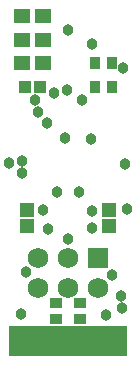
<source format=gbs>
G04*
G04 #@! TF.GenerationSoftware,Altium Limited,Altium Designer,21.0.9 (235)*
G04*
G04 Layer_Color=16711935*
%FSLAX25Y25*%
%MOIN*%
G70*
G04*
G04 #@! TF.SameCoordinates,DB5CEA20-A306-4327-B62D-959DDA491E44*
G04*
G04*
G04 #@! TF.FilePolarity,Negative*
G04*
G01*
G75*
%ADD27R,0.04343X0.03556*%
%ADD34C,0.06902*%
%ADD35R,0.06902X0.06902*%
%ADD36C,0.03800*%
%ADD45R,0.03556X0.04343*%
%ADD46R,0.04147X0.04343*%
%ADD47R,0.04934X0.04934*%
%ADD48R,0.05721X0.05131*%
%ADD49R,0.07874X0.10394*%
D27*
X19685Y20472D02*
D03*
Y14961D02*
D03*
X27559Y20472D02*
D03*
Y14961D02*
D03*
D34*
X13622Y25433D02*
D03*
X23622D02*
D03*
X33622D02*
D03*
X13622Y35433D02*
D03*
X23622D02*
D03*
D35*
X33622D02*
D03*
D36*
X41535Y18898D02*
D03*
X41339Y22835D02*
D03*
X23622Y41732D02*
D03*
Y111417D02*
D03*
X12598Y87992D02*
D03*
X8183Y67801D02*
D03*
X3968Y67126D02*
D03*
X19882Y57480D02*
D03*
X17126Y45079D02*
D03*
X16535Y80315D02*
D03*
X22638Y75590D02*
D03*
X36417Y16339D02*
D03*
X9646Y30709D02*
D03*
X42520Y66732D02*
D03*
X42126Y98819D02*
D03*
X31496Y45276D02*
D03*
X31299Y75000D02*
D03*
X43472Y51689D02*
D03*
X38189Y29724D02*
D03*
X28150Y88189D02*
D03*
X31496Y106693D02*
D03*
X18898Y90354D02*
D03*
X23425Y91339D02*
D03*
X7874Y16929D02*
D03*
X8268Y63779D02*
D03*
X31701Y51181D02*
D03*
X15453Y51279D02*
D03*
X27362Y57480D02*
D03*
X13780Y84252D02*
D03*
D45*
X32677Y92520D02*
D03*
X38189D02*
D03*
X32677Y100394D02*
D03*
X38189D02*
D03*
D46*
X9252Y92520D02*
D03*
X14370D02*
D03*
D47*
X9843Y51279D02*
D03*
Y45965D02*
D03*
X37402D02*
D03*
Y51279D02*
D03*
D48*
X8465Y100394D02*
D03*
X15157D02*
D03*
X8465Y108268D02*
D03*
X15157D02*
D03*
X8465Y116142D02*
D03*
X15157D02*
D03*
D49*
X7874Y7874D02*
D03*
X15748D02*
D03*
X39370D02*
D03*
X23622D02*
D03*
X31496D02*
D03*
M02*

</source>
